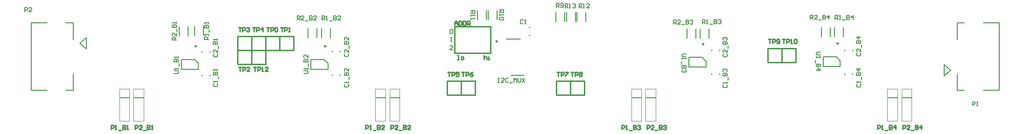
<source format=gbr>
G04*
G04 #@! TF.GenerationSoftware,Altium Limited,Altium Designer,24.10.1 (45)*
G04*
G04 Layer_Color=65535*
%FSLAX25Y25*%
%MOIN*%
G70*
G04*
G04 #@! TF.SameCoordinates,3C39243C-CA6B-4253-8BA6-19DEFFBB94D5*
G04*
G04*
G04 #@! TF.FilePolarity,Positive*
G04*
G01*
G75*
%ADD10C,0.01000*%
%ADD11C,0.00600*%
%ADD12C,0.00787*%
%ADD13C,0.00400*%
%ADD14C,0.00200*%
D10*
X126500Y67000D02*
G03*
X126500Y67000I-500J0D01*
G01*
X219000D02*
G03*
X219000Y67000I-500J0D01*
G01*
X341500Y70500D02*
G03*
X341500Y70500I-500J0D01*
G01*
X585000Y69000D02*
G03*
X585000Y69000I-500J0D01*
G01*
X489000Y68500D02*
G03*
X489000Y68500I-500J0D01*
G01*
X311000Y62000D02*
X336500D01*
X311000Y81000D02*
X336500D01*
Y62000D02*
Y81000D01*
X311000Y62000D02*
Y81000D01*
X544500Y55500D02*
X554500D01*
X544500Y65500D02*
X554500D01*
X544500Y55500D02*
Y65500D01*
X554500Y55500D02*
Y65500D01*
X534500Y55500D02*
Y65500D01*
X544500Y55500D02*
Y65500D01*
X534500D02*
X544500D01*
X534500Y55500D02*
X544500D01*
X393500Y32000D02*
Y42000D01*
X403500Y32000D02*
Y42000D01*
X393500D02*
X403500D01*
X393500Y32000D02*
X403500D01*
X383500D02*
Y42000D01*
X393500Y32000D02*
Y42000D01*
X383500D02*
X393500D01*
X383500Y32000D02*
X393500D01*
X315500D02*
Y42000D01*
X325500Y32000D02*
Y42000D01*
X315500D02*
X325500D01*
X315500Y32000D02*
X325500D01*
X305500D02*
Y42000D01*
X315500Y32000D02*
Y42000D01*
X305500D02*
X315500D01*
X305500Y32000D02*
X315500D01*
X166000Y64000D02*
Y74000D01*
X176000Y64000D02*
Y74000D01*
X166000D02*
X176000D01*
X166000Y64000D02*
X176000D01*
X186000D02*
Y74000D01*
X196000Y64000D02*
Y74000D01*
X186000D02*
X196000D01*
X186000Y64000D02*
X196000D01*
X176000D02*
Y74000D01*
X186000Y64000D02*
Y74000D01*
X176000D02*
X186000D01*
X176000Y64000D02*
X186000D01*
X156000D02*
Y74000D01*
X166000Y64000D02*
Y74000D01*
X156000D02*
X166000D01*
X156000Y64000D02*
X166000D01*
X156000Y54000D02*
Y64000D01*
X166000Y54000D02*
Y64000D01*
X156000D02*
X166000D01*
X156000Y54000D02*
X166000D01*
Y64000D01*
X176000Y54000D02*
Y64000D01*
X166000D02*
X176000D01*
X166000Y54000D02*
X176000D01*
X332000Y60452D02*
Y57500D01*
Y58976D01*
X332492Y59468D01*
X333476D01*
X333968Y58976D01*
Y57500D01*
X334952D02*
X335936D01*
X335444D01*
Y59468D01*
X334952D01*
X313000Y57500D02*
X313984D01*
X313492D01*
Y60452D01*
X313000D01*
X315952Y57500D02*
X316936D01*
X317428Y57992D01*
Y58976D01*
X316936Y59468D01*
X315952D01*
X315460Y58976D01*
Y57992D01*
X315952Y57500D01*
X311000Y82000D02*
Y83968D01*
X311984Y84952D01*
X312968Y83968D01*
Y82000D01*
Y83476D01*
X311000D01*
X313952Y84952D02*
Y82000D01*
X315428D01*
X315920Y82492D01*
Y84460D01*
X315428Y84952D01*
X313952D01*
X316904D02*
Y82000D01*
X318379D01*
X318871Y82492D01*
Y84460D01*
X318379Y84952D01*
X316904D01*
X319855Y82000D02*
Y84952D01*
X321331D01*
X321823Y84460D01*
Y83476D01*
X321331Y82984D01*
X319855D01*
X320839D02*
X321823Y82000D01*
X167334Y51976D02*
X169302D01*
X168318D01*
Y49024D01*
X170286D02*
Y51976D01*
X171762D01*
X172254Y51484D01*
Y50500D01*
X171762Y50008D01*
X170286D01*
X173238Y49024D02*
X174222D01*
X173730D01*
Y51976D01*
X173238Y51484D01*
X177666Y49024D02*
X175698D01*
X177666Y50992D01*
Y51484D01*
X177174Y51976D01*
X176190D01*
X175698Y51484D01*
X631100Y7400D02*
Y10352D01*
X632576D01*
X633068Y9860D01*
Y8876D01*
X632576Y8384D01*
X631100D01*
X636020Y7400D02*
X634052D01*
X636020Y9368D01*
Y9860D01*
X635528Y10352D01*
X634544D01*
X634052Y9860D01*
X637004Y6908D02*
X638972D01*
X639955Y10352D02*
Y7400D01*
X641431D01*
X641923Y7892D01*
Y8384D01*
X641431Y8876D01*
X639955D01*
X641431D01*
X641923Y9368D01*
Y9860D01*
X641431Y10352D01*
X639955D01*
X644383Y7400D02*
Y10352D01*
X642907Y8876D01*
X644875D01*
X448200Y7400D02*
Y10352D01*
X449676D01*
X450168Y9860D01*
Y8876D01*
X449676Y8384D01*
X448200D01*
X453120Y7400D02*
X451152D01*
X453120Y9368D01*
Y9860D01*
X452628Y10352D01*
X451644D01*
X451152Y9860D01*
X454104Y6908D02*
X456072D01*
X457055Y10352D02*
Y7400D01*
X458531D01*
X459023Y7892D01*
Y8384D01*
X458531Y8876D01*
X457055D01*
X458531D01*
X459023Y9368D01*
Y9860D01*
X458531Y10352D01*
X457055D01*
X460007Y9860D02*
X460499Y10352D01*
X461483D01*
X461975Y9860D01*
Y9368D01*
X461483Y8876D01*
X460991D01*
X461483D01*
X461975Y8384D01*
Y7892D01*
X461483Y7400D01*
X460499D01*
X460007Y7892D01*
X265400Y7400D02*
Y10352D01*
X266876D01*
X267368Y9860D01*
Y8876D01*
X266876Y8384D01*
X265400D01*
X270320Y7400D02*
X268352D01*
X270320Y9368D01*
Y9860D01*
X269828Y10352D01*
X268844D01*
X268352Y9860D01*
X271304Y6908D02*
X273271D01*
X274255Y10352D02*
Y7400D01*
X275731D01*
X276223Y7892D01*
Y8384D01*
X275731Y8876D01*
X274255D01*
X275731D01*
X276223Y9368D01*
Y9860D01*
X275731Y10352D01*
X274255D01*
X279175Y7400D02*
X277207D01*
X279175Y9368D01*
Y9860D01*
X278683Y10352D01*
X277699D01*
X277207Y9860D01*
X82600Y7400D02*
Y10352D01*
X84076D01*
X84568Y9860D01*
Y8876D01*
X84076Y8384D01*
X82600D01*
X87520Y7400D02*
X85552D01*
X87520Y9368D01*
Y9860D01*
X87028Y10352D01*
X86044D01*
X85552Y9860D01*
X88504Y6908D02*
X90472D01*
X91455Y10352D02*
Y7400D01*
X92931D01*
X93423Y7892D01*
Y8384D01*
X92931Y8876D01*
X91455D01*
X92931D01*
X93423Y9368D01*
Y9860D01*
X92931Y10352D01*
X91455D01*
X94407Y7400D02*
X95391D01*
X94899D01*
Y10352D01*
X94407Y9860D01*
X613000Y7400D02*
Y10352D01*
X614476D01*
X614968Y9860D01*
Y8876D01*
X614476Y8384D01*
X613000D01*
X615952Y7400D02*
X616936D01*
X616444D01*
Y10352D01*
X615952Y9860D01*
X618412Y6908D02*
X620379D01*
X621363Y10352D02*
Y7400D01*
X622839D01*
X623331Y7892D01*
Y8384D01*
X622839Y8876D01*
X621363D01*
X622839D01*
X623331Y9368D01*
Y9860D01*
X622839Y10352D01*
X621363D01*
X625791Y7400D02*
Y10352D01*
X624315Y8876D01*
X626283D01*
X430200Y7400D02*
Y10352D01*
X431676D01*
X432168Y9860D01*
Y8876D01*
X431676Y8384D01*
X430200D01*
X433152Y7400D02*
X434136D01*
X433644D01*
Y10352D01*
X433152Y9860D01*
X435612Y6908D02*
X437579D01*
X438563Y10352D02*
Y7400D01*
X440039D01*
X440531Y7892D01*
Y8384D01*
X440039Y8876D01*
X438563D01*
X440039D01*
X440531Y9368D01*
Y9860D01*
X440039Y10352D01*
X438563D01*
X441515Y9860D02*
X442007Y10352D01*
X442991D01*
X443483Y9860D01*
Y9368D01*
X442991Y8876D01*
X442499D01*
X442991D01*
X443483Y8384D01*
Y7892D01*
X442991Y7400D01*
X442007D01*
X441515Y7892D01*
X247400Y7400D02*
Y10352D01*
X248876D01*
X249368Y9860D01*
Y8876D01*
X248876Y8384D01*
X247400D01*
X250352Y7400D02*
X251336D01*
X250844D01*
Y10352D01*
X250352Y9860D01*
X252812Y6908D02*
X254780D01*
X255764Y10352D02*
Y7400D01*
X257239D01*
X257731Y7892D01*
Y8384D01*
X257239Y8876D01*
X255764D01*
X257239D01*
X257731Y9368D01*
Y9860D01*
X257239Y10352D01*
X255764D01*
X260683Y7400D02*
X258715D01*
X260683Y9368D01*
Y9860D01*
X260191Y10352D01*
X259207D01*
X258715Y9860D01*
X65500Y7400D02*
Y10352D01*
X66976D01*
X67468Y9860D01*
Y8876D01*
X66976Y8384D01*
X65500D01*
X68452Y7400D02*
X69436D01*
X68944D01*
Y10352D01*
X68452Y9860D01*
X70912Y6908D02*
X72879D01*
X73864Y10352D02*
Y7400D01*
X75339D01*
X75831Y7892D01*
Y8384D01*
X75339Y8876D01*
X73864D01*
X75339D01*
X75831Y9368D01*
Y9860D01*
X75339Y10352D01*
X73864D01*
X76815Y7400D02*
X77799D01*
X77307D01*
Y10352D01*
X76815Y9860D01*
X545000Y71952D02*
X546968D01*
X545984D01*
Y69000D01*
X547952D02*
Y71952D01*
X549428D01*
X549920Y71460D01*
Y70476D01*
X549428Y69984D01*
X547952D01*
X550904Y69000D02*
X551888D01*
X551396D01*
Y71952D01*
X550904Y71460D01*
X553364D02*
X553855Y71952D01*
X554839D01*
X555331Y71460D01*
Y69492D01*
X554839Y69000D01*
X553855D01*
X553364Y69492D01*
Y71460D01*
X535000Y71952D02*
X536968D01*
X535984D01*
Y69000D01*
X537952D02*
Y71952D01*
X539428D01*
X539920Y71460D01*
Y70476D01*
X539428Y69984D01*
X537952D01*
X540904Y69492D02*
X541396Y69000D01*
X542380D01*
X542872Y69492D01*
Y71460D01*
X542380Y71952D01*
X541396D01*
X540904Y71460D01*
Y70968D01*
X541396Y70476D01*
X542872D01*
X394000Y48452D02*
X395968D01*
X394984D01*
Y45500D01*
X396952D02*
Y48452D01*
X398428D01*
X398920Y47960D01*
Y46976D01*
X398428Y46484D01*
X396952D01*
X399904Y47960D02*
X400396Y48452D01*
X401379D01*
X401871Y47960D01*
Y47468D01*
X401379Y46976D01*
X401871Y46484D01*
Y45992D01*
X401379Y45500D01*
X400396D01*
X399904Y45992D01*
Y46484D01*
X400396Y46976D01*
X399904Y47468D01*
Y47960D01*
X400396Y46976D02*
X401379D01*
X384000Y48452D02*
X385968D01*
X384984D01*
Y45500D01*
X386952D02*
Y48452D01*
X388428D01*
X388920Y47960D01*
Y46976D01*
X388428Y46484D01*
X386952D01*
X389904Y48452D02*
X391872D01*
Y47960D01*
X389904Y45992D01*
Y45500D01*
X316000Y48452D02*
X317968D01*
X316984D01*
Y45500D01*
X318952D02*
Y48452D01*
X320428D01*
X320920Y47960D01*
Y46976D01*
X320428Y46484D01*
X318952D01*
X323871Y48452D02*
X322888Y47960D01*
X321904Y46976D01*
Y45992D01*
X322396Y45500D01*
X323379D01*
X323871Y45992D01*
Y46484D01*
X323379Y46976D01*
X321904D01*
X306000Y48452D02*
X307968D01*
X306984D01*
Y45500D01*
X308952D02*
Y48452D01*
X310428D01*
X310920Y47960D01*
Y46976D01*
X310428Y46484D01*
X308952D01*
X313872Y48452D02*
X311904D01*
Y46976D01*
X312888Y47468D01*
X313380D01*
X313872Y46976D01*
Y45992D01*
X313380Y45500D01*
X312396D01*
X311904Y45992D01*
X166500Y80452D02*
X168468D01*
X167484D01*
Y77500D01*
X169452D02*
Y80452D01*
X170928D01*
X171420Y79960D01*
Y78976D01*
X170928Y78484D01*
X169452D01*
X173880Y77500D02*
Y80452D01*
X172404Y78976D01*
X174372D01*
X156500Y80452D02*
X158468D01*
X157484D01*
Y77500D01*
X159452D02*
Y80452D01*
X160928D01*
X161420Y79960D01*
Y78976D01*
X160928Y78484D01*
X159452D01*
X162404Y79960D02*
X162896Y80452D01*
X163880D01*
X164372Y79960D01*
Y79468D01*
X163880Y78976D01*
X163388D01*
X163880D01*
X164372Y78484D01*
Y77992D01*
X163880Y77500D01*
X162896D01*
X162404Y77992D01*
X156564Y51976D02*
X158532D01*
X157548D01*
Y49024D01*
X159516D02*
Y51976D01*
X160992D01*
X161484Y51484D01*
Y50500D01*
X160992Y50008D01*
X159516D01*
X164436Y49024D02*
X162468D01*
X164436Y50992D01*
Y51484D01*
X163944Y51976D01*
X162960D01*
X162468Y51484D01*
X186500Y80452D02*
X188468D01*
X187484D01*
Y77500D01*
X189452D02*
Y80452D01*
X190928D01*
X191420Y79960D01*
Y78976D01*
X190928Y78484D01*
X189452D01*
X192404Y77500D02*
X193388D01*
X192896D01*
Y80452D01*
X192404Y79960D01*
X176564Y80476D02*
X178532D01*
X177548D01*
Y77524D01*
X179516D02*
Y80476D01*
X180992D01*
X181484Y79984D01*
Y79000D01*
X180992Y78508D01*
X179516D01*
X182468Y79984D02*
X182960Y80476D01*
X183944D01*
X184436Y79984D01*
Y78016D01*
X183944Y77524D01*
X182960D01*
X182468Y78016D01*
Y79984D01*
D11*
X688612Y35287D02*
X699961D01*
X670039D02*
Y47226D01*
Y71774D02*
Y83713D01*
X688612D02*
X699961D01*
Y35287D02*
Y83713D01*
X670039Y35287D02*
X675089D01*
X670039Y83713D02*
X675089D01*
X660598Y45787D02*
X665298Y49787D01*
X660598Y53787D02*
X665298Y49787D01*
X660598Y45787D02*
Y53787D01*
X8539Y83713D02*
X19888D01*
X38461Y71774D02*
Y83713D01*
Y35287D02*
Y47226D01*
X8539Y35287D02*
X19888D01*
X8539D02*
Y83713D01*
X33411D02*
X38461D01*
X33411Y35287D02*
X38461D01*
X43202Y69213D02*
X47902Y73213D01*
X43202Y69213D02*
X47902Y65213D01*
Y73213D01*
D12*
X223646Y46205D02*
Y46795D01*
X229354Y46205D02*
Y46795D01*
X208398Y50457D02*
X220602D01*
X208398D02*
Y57543D01*
X217748D01*
X220602Y54689D01*
Y50457D02*
Y54689D01*
X229354Y63205D02*
Y63795D01*
X223646Y63205D02*
Y63795D01*
X351276Y46008D02*
X360724D01*
X348028Y71992D02*
X357969D01*
X589646Y46705D02*
Y47295D01*
X595354Y46705D02*
Y47295D01*
X589646Y63705D02*
Y64295D01*
X595354Y63705D02*
Y64295D01*
X494646Y46705D02*
Y47295D01*
X500354Y46705D02*
Y47295D01*
X494646Y63705D02*
Y64295D01*
X500354Y63705D02*
Y64295D01*
X476822Y72633D02*
Y79325D01*
X483150Y72654D02*
Y79346D01*
X492678Y72675D02*
Y79367D01*
X486350Y72654D02*
Y79346D01*
X115898Y50386D02*
X128102D01*
X115898D02*
Y57472D01*
X125248D01*
X128102Y54618D01*
Y50386D02*
Y54618D01*
X125322Y74633D02*
Y81325D01*
X131650Y74654D02*
Y81346D01*
X490602Y51957D02*
Y56189D01*
X487748Y59043D02*
X490602Y56189D01*
X478398Y59043D02*
X487748D01*
X478398Y51957D02*
Y59043D01*
Y51957D02*
X490602D01*
X404678Y84675D02*
Y91367D01*
X398350Y84654D02*
Y91346D01*
X586417Y52382D02*
Y56614D01*
X583563Y59469D02*
X586417Y56614D01*
X574213Y59469D02*
X583563D01*
X574213Y52382D02*
Y59469D01*
Y52382D02*
X586417D01*
X390850Y84654D02*
Y91346D01*
X397178Y84675D02*
Y91367D01*
X383350Y84654D02*
Y91346D01*
X389678Y84675D02*
Y91367D01*
X364205Y74646D02*
X364795D01*
X364205Y80354D02*
X364795D01*
X130646Y45705D02*
Y46295D01*
X136354Y45705D02*
Y46295D01*
Y62705D02*
Y63295D01*
X130646Y62705D02*
Y63295D01*
X114350Y74500D02*
Y81193D01*
X120678Y74521D02*
Y81214D01*
X222150Y73154D02*
Y79847D01*
X215822Y73132D02*
Y79826D01*
X334850Y86000D02*
Y92693D01*
X341178Y86021D02*
Y92714D01*
X327350Y86000D02*
Y92693D01*
X333678Y86021D02*
Y92714D01*
X572896Y73794D02*
Y80487D01*
X579224Y73815D02*
Y80508D01*
X588678Y73675D02*
Y80367D01*
X582350Y73654D02*
Y80346D01*
X212678Y73175D02*
Y79868D01*
X206350Y73154D02*
Y79847D01*
X572222Y62642D02*
X569762D01*
X569270Y62150D01*
Y61166D01*
X569762Y60674D01*
X572222D01*
X569270Y59690D02*
Y58706D01*
Y59198D01*
X572222D01*
X571730Y59690D01*
X568778Y57230D02*
Y55262D01*
X572222Y54278D02*
X569270D01*
Y52802D01*
X569762Y52310D01*
X570254D01*
X570746Y52802D01*
Y54278D01*
Y52802D01*
X571238Y52310D01*
X571730D01*
X572222Y52802D01*
Y54278D01*
X569270Y49850D02*
X572222D01*
X570746Y51326D01*
Y49358D01*
X476336Y61571D02*
X473876D01*
X473384Y61079D01*
Y60095D01*
X473876Y59603D01*
X476336D01*
X473384Y58619D02*
Y57635D01*
Y58127D01*
X476336D01*
X475844Y58619D01*
X472892Y56159D02*
Y54191D01*
X476336Y53207D02*
X473384D01*
Y51731D01*
X473876Y51239D01*
X474368D01*
X474860Y51731D01*
Y53207D01*
Y51731D01*
X475352Y51239D01*
X475844D01*
X476336Y51731D01*
Y53207D01*
X475844Y50255D02*
X476336Y49764D01*
Y48779D01*
X475844Y48287D01*
X475352D01*
X474860Y48779D01*
Y49272D01*
Y48779D01*
X474368Y48287D01*
X473876D01*
X473384Y48779D01*
Y49764D01*
X473876Y50255D01*
X203278Y47358D02*
X205738D01*
X206230Y47850D01*
Y48834D01*
X205738Y49326D01*
X203278D01*
X206230Y50310D02*
Y51294D01*
Y50802D01*
X203278D01*
X203770Y50310D01*
X206722Y52770D02*
Y54738D01*
X203278Y55722D02*
X206230D01*
Y57198D01*
X205738Y57690D01*
X205246D01*
X204754Y57198D01*
Y55722D01*
Y57198D01*
X204262Y57690D01*
X203770D01*
X203278Y57198D01*
Y55722D01*
X206230Y60642D02*
Y58674D01*
X204262Y60642D01*
X203770D01*
X203278Y60150D01*
Y59166D01*
X203770Y58674D01*
X110778Y47350D02*
X113238D01*
X113730Y47842D01*
Y48826D01*
X113238Y49318D01*
X110778D01*
X113730Y50302D02*
Y51286D01*
Y50794D01*
X110778D01*
X111270Y50302D01*
X114222Y52762D02*
Y54730D01*
X110778Y55714D02*
X113730D01*
Y57190D01*
X113238Y57682D01*
X112746D01*
X112254Y57190D01*
Y55714D01*
Y57190D01*
X111762Y57682D01*
X111270D01*
X110778Y57190D01*
Y55714D01*
X113730Y58666D02*
Y59650D01*
Y59158D01*
X110778D01*
X111270Y58666D01*
X389810Y94524D02*
Y97476D01*
X391286D01*
X391778Y96984D01*
Y96000D01*
X391286Y95508D01*
X389810D01*
X390794D02*
X391778Y94524D01*
X392762D02*
X393746D01*
X393254D01*
Y97476D01*
X392762Y96984D01*
X395222D02*
X395714Y97476D01*
X396698D01*
X397190Y96984D01*
Y96492D01*
X396698Y96000D01*
X396206D01*
X396698D01*
X397190Y95508D01*
Y95016D01*
X396698Y94524D01*
X395714D01*
X395222Y95016D01*
X399810Y94524D02*
Y97476D01*
X401286D01*
X401778Y96984D01*
Y96000D01*
X401286Y95508D01*
X399810D01*
X400794D02*
X401778Y94524D01*
X402762D02*
X403746D01*
X403254D01*
Y97476D01*
X402762Y96984D01*
X407190Y94524D02*
X405222D01*
X407190Y96492D01*
Y96984D01*
X406698Y97476D01*
X405714D01*
X405222Y96984D01*
X322524Y92544D02*
X325476D01*
Y91068D01*
X324984Y90576D01*
X324000D01*
X323508Y91068D01*
Y92544D01*
Y91560D02*
X322524Y90576D01*
Y89592D02*
Y88608D01*
Y89100D01*
X325476D01*
X324984Y89592D01*
X322524Y87133D02*
Y86149D01*
Y86641D01*
X325476D01*
X324984Y87133D01*
X343024Y93036D02*
X345976D01*
Y91560D01*
X345484Y91068D01*
X344500D01*
X344008Y91560D01*
Y93036D01*
Y92052D02*
X343024Y91068D01*
Y90084D02*
Y89100D01*
Y89592D01*
X345976D01*
X345484Y90084D01*
Y87625D02*
X345976Y87133D01*
Y86149D01*
X345484Y85657D01*
X343516D01*
X343024Y86149D01*
Y87133D01*
X343516Y87625D01*
X345484D01*
X383540Y94678D02*
Y97629D01*
X385016D01*
X385508Y97137D01*
Y96154D01*
X385016Y95662D01*
X383540D01*
X384524D02*
X385508Y94678D01*
X386492Y95170D02*
X386984Y94678D01*
X387968D01*
X388460Y95170D01*
Y97137D01*
X387968Y97629D01*
X386984D01*
X386492Y97137D01*
Y96646D01*
X386984Y96154D01*
X388460D01*
X309484Y64524D02*
X307516D01*
X309484Y66492D01*
Y66984D01*
X308992Y67476D01*
X308008D01*
X307516Y66984D01*
X308008Y70524D02*
X308992D01*
X308500D01*
Y73476D01*
X308008Y72984D01*
X307516Y78484D02*
X308008Y78976D01*
X308992D01*
X309484Y78484D01*
Y76516D01*
X308992Y76024D01*
X308008D01*
X307516Y76516D01*
Y78484D01*
X565100Y86300D02*
Y89252D01*
X566576D01*
X567068Y88760D01*
Y87776D01*
X566576Y87284D01*
X565100D01*
X566084D02*
X567068Y86300D01*
X570020D02*
X568052D01*
X570020Y88268D01*
Y88760D01*
X569528Y89252D01*
X568544D01*
X568052Y88760D01*
X571004Y85808D02*
X572971D01*
X573955Y89252D02*
Y86300D01*
X575431D01*
X575923Y86792D01*
Y87284D01*
X575431Y87776D01*
X573955D01*
X575431D01*
X575923Y88268D01*
Y88760D01*
X575431Y89252D01*
X573955D01*
X578383Y86300D02*
Y89252D01*
X576907Y87776D01*
X578875D01*
X467333Y82833D02*
Y85785D01*
X468809D01*
X469301Y85293D01*
Y84309D01*
X468809Y83817D01*
X467333D01*
X468317D02*
X469301Y82833D01*
X472253D02*
X470285D01*
X472253Y84801D01*
Y85293D01*
X471761Y85785D01*
X470777D01*
X470285Y85293D01*
X473237Y82341D02*
X475204D01*
X476188Y85785D02*
Y82833D01*
X477664D01*
X478156Y83325D01*
Y83817D01*
X477664Y84309D01*
X476188D01*
X477664D01*
X478156Y84801D01*
Y85293D01*
X477664Y85785D01*
X476188D01*
X479140Y85293D02*
X479632Y85785D01*
X480616D01*
X481108Y85293D01*
Y84801D01*
X480616Y84309D01*
X480124D01*
X480616D01*
X481108Y83817D01*
Y83325D01*
X480616Y82833D01*
X479632D01*
X479140Y83325D01*
X198500Y85700D02*
Y88652D01*
X199976D01*
X200468Y88160D01*
Y87176D01*
X199976Y86684D01*
X198500D01*
X199484D02*
X200468Y85700D01*
X203420D02*
X201452D01*
X203420Y87668D01*
Y88160D01*
X202928Y88652D01*
X201944D01*
X201452Y88160D01*
X204404Y85208D02*
X206371D01*
X207355Y88652D02*
Y85700D01*
X208831D01*
X209323Y86192D01*
Y86684D01*
X208831Y87176D01*
X207355D01*
X208831D01*
X209323Y87668D01*
Y88160D01*
X208831Y88652D01*
X207355D01*
X212275Y85700D02*
X210307D01*
X212275Y87668D01*
Y88160D01*
X211783Y88652D01*
X210799D01*
X210307Y88160D01*
X112230Y71604D02*
X109278D01*
Y73080D01*
X109770Y73572D01*
X110754D01*
X111246Y73080D01*
Y71604D01*
Y72588D02*
X112230Y73572D01*
Y76524D02*
Y74556D01*
X110262Y76524D01*
X109770D01*
X109278Y76032D01*
Y75048D01*
X109770Y74556D01*
X112722Y77508D02*
Y79476D01*
X109278Y80460D02*
X112230D01*
Y81936D01*
X111738Y82428D01*
X111246D01*
X110754Y81936D01*
Y80460D01*
Y81936D01*
X110262Y82428D01*
X109770D01*
X109278Y81936D01*
Y80460D01*
X112230Y83412D02*
Y84396D01*
Y83904D01*
X109278D01*
X109770Y83412D01*
X582700Y86200D02*
Y89152D01*
X584176D01*
X584668Y88660D01*
Y87676D01*
X584176Y87184D01*
X582700D01*
X583684D02*
X584668Y86200D01*
X585652D02*
X586636D01*
X586144D01*
Y89152D01*
X585652Y88660D01*
X588112Y85708D02*
X590079D01*
X591063Y89152D02*
Y86200D01*
X592539D01*
X593031Y86692D01*
Y87184D01*
X592539Y87676D01*
X591063D01*
X592539D01*
X593031Y88168D01*
Y88660D01*
X592539Y89152D01*
X591063D01*
X595491Y86200D02*
Y89152D01*
X594015Y87676D01*
X595983D01*
X487858Y83270D02*
Y86222D01*
X489334D01*
X489826Y85730D01*
Y84746D01*
X489334Y84254D01*
X487858D01*
X488842D02*
X489826Y83270D01*
X490810D02*
X491794D01*
X491302D01*
Y86222D01*
X490810Y85730D01*
X493270Y82778D02*
X495238D01*
X496222Y86222D02*
Y83270D01*
X497698D01*
X498190Y83762D01*
Y84254D01*
X497698Y84746D01*
X496222D01*
X497698D01*
X498190Y85238D01*
Y85730D01*
X497698Y86222D01*
X496222D01*
X499174Y85730D02*
X499666Y86222D01*
X500650D01*
X501142Y85730D01*
Y85238D01*
X500650Y84746D01*
X500158D01*
X500650D01*
X501142Y84254D01*
Y83762D01*
X500650Y83270D01*
X499666D01*
X499174Y83762D01*
X216200Y85700D02*
Y88652D01*
X217676D01*
X218168Y88160D01*
Y87176D01*
X217676Y86684D01*
X216200D01*
X217184D02*
X218168Y85700D01*
X219152D02*
X220136D01*
X219644D01*
Y88652D01*
X219152Y88160D01*
X221612Y85208D02*
X223580D01*
X224564Y88652D02*
Y85700D01*
X226039D01*
X226531Y86192D01*
Y86684D01*
X226039Y87176D01*
X224564D01*
X226039D01*
X226531Y87668D01*
Y88160D01*
X226039Y88652D01*
X224564D01*
X229483Y85700D02*
X227515D01*
X229483Y87668D01*
Y88160D01*
X228991Y88652D01*
X228007D01*
X227515Y88160D01*
X135230Y71850D02*
X132278D01*
Y73326D01*
X132770Y73818D01*
X133754D01*
X134246Y73326D01*
Y71850D01*
Y72834D02*
X135230Y73818D01*
Y74802D02*
Y75786D01*
Y75294D01*
X132278D01*
X132770Y74802D01*
X135722Y77262D02*
Y79230D01*
X132278Y80214D02*
X135230D01*
Y81690D01*
X134738Y82182D01*
X134246D01*
X133754Y81690D01*
Y80214D01*
Y81690D01*
X133262Y82182D01*
X132770D01*
X132278Y81690D01*
Y80214D01*
X135230Y83166D02*
Y84150D01*
Y83658D01*
X132278D01*
X132770Y83166D01*
X4100Y91700D02*
Y94652D01*
X5576D01*
X6068Y94160D01*
Y93176D01*
X5576Y92684D01*
X4100D01*
X9020Y91700D02*
X7052D01*
X9020Y93668D01*
Y94160D01*
X8528Y94652D01*
X7544D01*
X7052Y94160D01*
X680800Y24300D02*
Y27252D01*
X682276D01*
X682768Y26760D01*
Y25776D01*
X682276Y25284D01*
X680800D01*
X683752Y24300D02*
X684736D01*
X684244D01*
Y27252D01*
X683752Y26760D01*
X341907Y44222D02*
X342891D01*
X342399D01*
Y41270D01*
X341907D01*
X342891D01*
X346334D02*
X344367D01*
X346334Y43238D01*
Y43730D01*
X345842Y44222D01*
X344858D01*
X344367Y43730D01*
X349286D02*
X348794Y44222D01*
X347810D01*
X347318Y43730D01*
Y41762D01*
X347810Y41270D01*
X348794D01*
X349286Y41762D01*
X350270Y40778D02*
X352238D01*
X353222Y41270D02*
Y44222D01*
X354206Y43238D01*
X355190Y44222D01*
Y41270D01*
X356174Y44222D02*
Y41762D01*
X356666Y41270D01*
X357650D01*
X358142Y41762D01*
Y44222D01*
X359125D02*
X361093Y41270D01*
Y44222D02*
X359125Y41270D01*
X598526Y62214D02*
X598034Y61722D01*
Y60738D01*
X598526Y60246D01*
X600494D01*
X600986Y60738D01*
Y61722D01*
X600494Y62214D01*
X600986Y65166D02*
Y63198D01*
X599018Y65166D01*
X598526D01*
X598034Y64674D01*
Y63690D01*
X598526Y63198D01*
X601478Y66150D02*
Y68118D01*
X598034Y69102D02*
X600986D01*
Y70578D01*
X600494Y71070D01*
X600002D01*
X599510Y70578D01*
Y69102D01*
Y70578D01*
X599018Y71070D01*
X598526D01*
X598034Y70578D01*
Y69102D01*
X600986Y73529D02*
X598034D01*
X599510Y72053D01*
Y74021D01*
X503270Y61580D02*
X502778Y61088D01*
Y60104D01*
X503270Y59613D01*
X505238D01*
X505730Y60104D01*
Y61088D01*
X505238Y61580D01*
X505730Y64532D02*
Y62564D01*
X503762Y64532D01*
X503270D01*
X502778Y64040D01*
Y63056D01*
X503270Y62564D01*
X506222Y65516D02*
Y67484D01*
X502778Y68468D02*
X505730D01*
Y69944D01*
X505238Y70436D01*
X504746D01*
X504254Y69944D01*
Y68468D01*
Y69944D01*
X503762Y70436D01*
X503270D01*
X502778Y69944D01*
Y68468D01*
X503270Y71420D02*
X502778Y71912D01*
Y72896D01*
X503270Y73388D01*
X503762D01*
X504254Y72896D01*
Y72404D01*
Y72896D01*
X504746Y73388D01*
X505238D01*
X505730Y72896D01*
Y71912D01*
X505238Y71420D01*
X232676Y61600D02*
X232184Y61108D01*
Y60124D01*
X232676Y59632D01*
X234644D01*
X235135Y60124D01*
Y61108D01*
X234644Y61600D01*
X235135Y64552D02*
Y62584D01*
X233168Y64552D01*
X232676D01*
X232184Y64060D01*
Y63076D01*
X232676Y62584D01*
X235627Y65536D02*
Y67504D01*
X232184Y68488D02*
X235135D01*
Y69964D01*
X234644Y70455D01*
X234152D01*
X233660Y69964D01*
Y68488D01*
Y69964D01*
X233168Y70455D01*
X232676D01*
X232184Y69964D01*
Y68488D01*
X235135Y73407D02*
Y71439D01*
X233168Y73407D01*
X232676D01*
X232184Y72915D01*
Y71931D01*
X232676Y71439D01*
X139270Y61572D02*
X138778Y61080D01*
Y60096D01*
X139270Y59604D01*
X141238D01*
X141730Y60096D01*
Y61080D01*
X141238Y61572D01*
X141730Y64524D02*
Y62556D01*
X139762Y64524D01*
X139270D01*
X138778Y64032D01*
Y63048D01*
X139270Y62556D01*
X142222Y65508D02*
Y67476D01*
X138778Y68460D02*
X141730D01*
Y69936D01*
X141238Y70428D01*
X140746D01*
X140254Y69936D01*
Y68460D01*
Y69936D01*
X139762Y70428D01*
X139270D01*
X138778Y69936D01*
Y68460D01*
X141730Y71412D02*
Y72396D01*
Y71904D01*
X138778D01*
X139270Y71412D01*
X360000Y85484D02*
X359508Y85976D01*
X358524D01*
X358032Y85484D01*
Y83516D01*
X358524Y83024D01*
X359508D01*
X360000Y83516D01*
X360984Y83024D02*
X361968D01*
X361476D01*
Y85976D01*
X360984Y85484D01*
X598526Y39811D02*
X598034Y39319D01*
Y38335D01*
X598526Y37843D01*
X600494D01*
X600986Y38335D01*
Y39319D01*
X600494Y39811D01*
X600986Y40795D02*
Y41778D01*
Y41287D01*
X598034D01*
X598526Y40795D01*
X601478Y43254D02*
Y45222D01*
X598034Y46206D02*
X600986D01*
Y47682D01*
X600494Y48174D01*
X600002D01*
X599510Y47682D01*
Y46206D01*
Y47682D01*
X599018Y48174D01*
X598526D01*
X598034Y47682D01*
Y46206D01*
X600986Y50634D02*
X598034D01*
X599510Y49158D01*
Y51126D01*
X503270Y39326D02*
X502778Y38834D01*
Y37850D01*
X503270Y37358D01*
X505238D01*
X505730Y37850D01*
Y38834D01*
X505238Y39326D01*
X505730Y40310D02*
Y41294D01*
Y40802D01*
X502778D01*
X503270Y40310D01*
X506222Y42770D02*
Y44738D01*
X502778Y45722D02*
X505730D01*
Y47198D01*
X505238Y47690D01*
X504746D01*
X504254Y47198D01*
Y45722D01*
Y47198D01*
X503762Y47690D01*
X503270D01*
X502778Y47198D01*
Y45722D01*
X503270Y48674D02*
X502778Y49166D01*
Y50150D01*
X503270Y50642D01*
X503762D01*
X504254Y50150D01*
Y49658D01*
Y50150D01*
X504746Y50642D01*
X505238D01*
X505730Y50150D01*
Y49166D01*
X505238Y48674D01*
X232676Y39700D02*
X232184Y39208D01*
Y38224D01*
X232676Y37732D01*
X234643D01*
X235135Y38224D01*
Y39208D01*
X234643Y39700D01*
X235135Y40684D02*
Y41668D01*
Y41176D01*
X232184D01*
X232676Y40684D01*
X235627Y43144D02*
Y45112D01*
X232184Y46096D02*
X235135D01*
Y47572D01*
X234643Y48064D01*
X234152D01*
X233660Y47572D01*
Y46096D01*
Y47572D01*
X233168Y48064D01*
X232676D01*
X232184Y47572D01*
Y46096D01*
X235135Y51016D02*
Y49048D01*
X233168Y51016D01*
X232676D01*
X232184Y50524D01*
Y49540D01*
X232676Y49048D01*
X139270Y40176D02*
X138778Y39685D01*
Y38701D01*
X139270Y38209D01*
X141238D01*
X141730Y38701D01*
Y39685D01*
X141238Y40176D01*
X141730Y41160D02*
Y42144D01*
Y41652D01*
X138778D01*
X139270Y41160D01*
X142222Y43620D02*
Y45588D01*
X138778Y46572D02*
X141730D01*
Y48048D01*
X141238Y48540D01*
X140746D01*
X140254Y48048D01*
Y46572D01*
Y48048D01*
X139762Y48540D01*
X139270D01*
X138778Y48048D01*
Y46572D01*
X141730Y49524D02*
Y50508D01*
Y50016D01*
X138778D01*
X139270Y49524D01*
D13*
X71543Y13590D02*
Y36425D01*
X78630Y13590D02*
Y36425D01*
X71543Y13590D02*
X78630D01*
X71543Y36425D02*
X78630D01*
X81779Y13590D02*
Y36425D01*
X88866Y13590D02*
Y36425D01*
X81779Y13590D02*
X88866D01*
X81779Y36425D02*
X88866D01*
X630279D02*
X637366D01*
X630279Y13590D02*
X637366D01*
Y36425D01*
X630279Y13590D02*
Y36425D01*
X447449D02*
X454535D01*
X447449Y13590D02*
X454535D01*
Y36425D01*
X447449Y13590D02*
Y36425D01*
X264614D02*
X271701D01*
X264614Y13590D02*
X271701D01*
Y36425D01*
X264614Y13590D02*
Y36425D01*
X620043D02*
X627130D01*
X620043Y13590D02*
X627130D01*
Y36425D01*
X620043Y13590D02*
Y36425D01*
X437213D02*
X444299D01*
X437213Y13590D02*
X444299D01*
Y36425D01*
X437213Y13590D02*
Y36425D01*
X254378D02*
X261465D01*
X254378Y13590D02*
X261465D01*
Y36425D01*
X254378Y13590D02*
Y36425D01*
D14*
X71543Y30126D02*
Y30520D01*
X78630Y30126D02*
Y30520D01*
X71543Y30126D02*
X78630D01*
X71543Y30520D02*
X78630D01*
X81779Y30126D02*
Y30520D01*
X88866Y30126D02*
Y30520D01*
X81779Y30126D02*
X88866D01*
X81779Y30520D02*
X88866D01*
X630279D02*
X637366D01*
X630279Y30126D02*
X637366D01*
Y30520D01*
X630279Y30126D02*
Y30520D01*
X447449D02*
X454535D01*
X447449Y30126D02*
X454535D01*
Y30520D01*
X447449Y30126D02*
Y30520D01*
X264614D02*
X271701D01*
X264614Y30126D02*
X271701D01*
Y30520D01*
X264614Y30126D02*
Y30520D01*
X620043D02*
X627130D01*
X620043Y30126D02*
X627130D01*
Y30520D01*
X620043Y30126D02*
Y30520D01*
X437213D02*
X444299D01*
X437213Y30126D02*
X444299D01*
Y30520D01*
X437213Y30126D02*
Y30520D01*
X254378D02*
X261465D01*
X254378Y30126D02*
X261465D01*
Y30520D01*
X254378Y30126D02*
Y30520D01*
M02*

</source>
